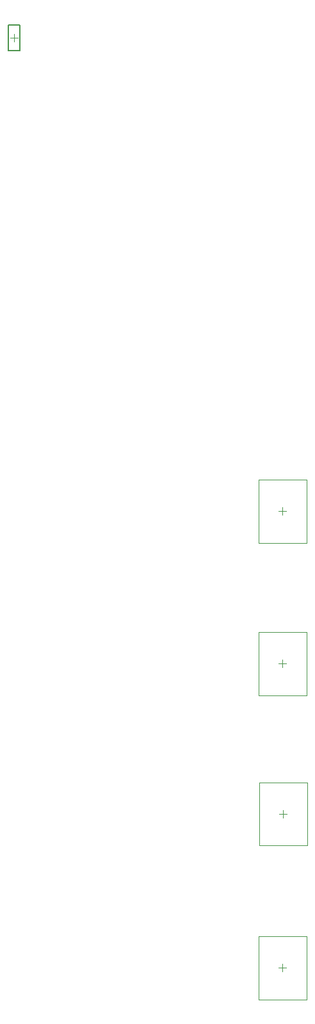
<source format=gbr>
%TF.GenerationSoftware,Altium Limited,Altium Designer,24.7.2 (38)*%
G04 Layer_Color=32768*
%FSLAX43Y43*%
%MOMM*%
%TF.SameCoordinates,3DDE4B3C-03A5-4BC3-9972-2EF5A5DF1AA7*%
%TF.FilePolarity,Positive*%
%TF.FileFunction,Other,Mechanical_15*%
%TF.Part,Single*%
G01*
G75*
%TA.AperFunction,NonConductor*%
%ADD81C,0.200*%
%ADD106C,0.100*%
%ADD109C,0.050*%
D81*
X137750Y171817D02*
X139300D01*
Y175217D01*
X137750D02*
X139300D01*
X137750Y171817D02*
Y175217D01*
D106*
X138025Y173517D02*
X139025D01*
X138525Y173017D02*
Y174017D01*
D109*
X170825Y46385D02*
X177175D01*
Y54745D01*
X170825D02*
X177175D01*
X170825Y46385D02*
Y54745D01*
X174000Y50065D02*
Y51065D01*
X173500Y50565D02*
X174500D01*
X170825Y86610D02*
X177175D01*
Y94970D01*
X170825D02*
X177175D01*
X170825Y86610D02*
Y94970D01*
X174000Y90290D02*
Y91290D01*
X173500Y90790D02*
X174500D01*
X170825Y106761D02*
X177175D01*
Y115121D01*
X170825D02*
X177175D01*
X170825Y106761D02*
Y115121D01*
X174000Y110441D02*
Y111441D01*
X173500Y110941D02*
X174500D01*
X170925Y66720D02*
X177275D01*
Y75080D01*
X170925D02*
X177275D01*
X170925Y66720D02*
Y75080D01*
X174100Y70400D02*
Y71400D01*
X173600Y70900D02*
X174600D01*
%TF.MD5,e7926f21855fa9917f0187ccac935445*%
M02*

</source>
